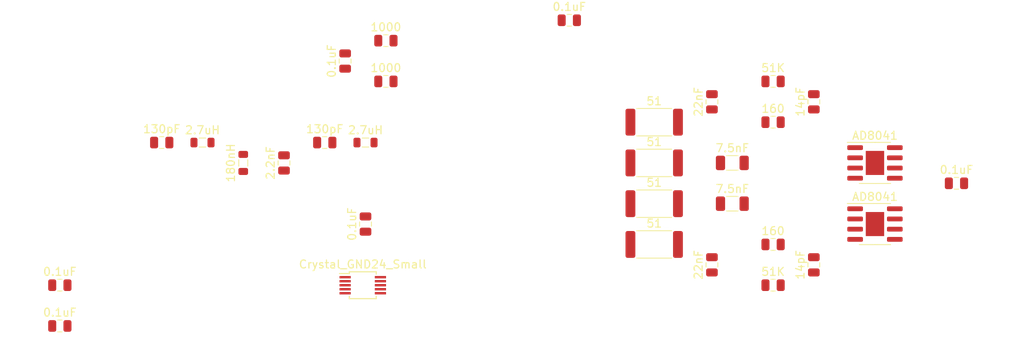
<source format=kicad_pcb>
(kicad_pcb (version 20211014) (generator pcbnew)
  (layers (0 "F.Cu" signal) (31 "B.Cu" signal) (34 "B.Paste" user) (35 "F.Paste" user) (36 "B.SilkS" user "B.Silkscreen") (37 "F.SilkS" user "F.Silkscreen") (38 "B.Mask" user) (39 "F.Mask" user) (44 "Edge.Cuts" user))
  (net 0 "")
  (footprint "Capacitor_SMD:C_0805_2012Metric" (layer "F.Cu") (at 172.72 41.91 90)
    (fp_text reference "0.1uF" (at 0 -1.68 90) (layer "F.SilkS"))
    (fp_text value "C_0805_2012Metric")
    (fp_line (start -0.261252 0.735) (end 0.261252 0.735) (layer "F.SilkS") (width 0.12))
    (fp_line (start -0.261252 -0.735) (end 0.261252 -0.735) (layer "F.SilkS") (width 0.12))
    (pad "1" smd roundrect (at -0.95 0 90) (size 1 1.45) (layers "F.Cu" "F.Paste" "F.Mask"))
    (pad "2" smd roundrect (at 0.95 0 90) (size 1 1.45) (layers "F.Cu" "F.Paste" "F.Mask"))
  )
  (footprint "Capacitor_SMD:C_0805_2012Metric" (layer "F.Cu") (at 226.06 69.85)
    (fp_text reference "51K" (at 0 -1.68) (layer "F.SilkS"))
    (fp_text value "R_0805_2012Metric")
    (fp_line (start -0.261252 -0.735) (end 0.261252 -0.735) (layer "F.SilkS") (width 0.12))
    (fp_line (start -0.261252 0.735) (end 0.261252 0.735) (layer "F.SilkS") (width 0.12))
    (pad "1" smd roundrect (at -0.95 0) (size 1 1.45) (layers "F.Cu" "F.Paste" "F.Mask"))
    (pad "2" smd roundrect (at 0.95 0) (size 1 1.45) (layers "F.Cu" "F.Paste" "F.Mask"))
  )
  (footprint "Package_SO:SOIC-8-1EP_3.9x4.9mm_P1.27mm_EP2.29x3mm" (layer "F.Cu") (at 238.76 62.23)
    (fp_text reference "AD8041" (at 0 -3.4) (layer "F.SilkS"))
    (fp_text value "SOIC-8-1EP_3.9x4.9mm_P1.27mm_EP2.29x3mm")
    (fp_line (start 0 2.56) (end -1.95 2.56) (layer "F.SilkS") (width 0.12))
    (fp_line (start 0 2.56) (end 1.95 2.56) (layer "F.SilkS") (width 0.12))
    (fp_line (start 0 -2.56) (end 1.95 -2.56) (layer "F.SilkS") (width 0.12))
    (fp_line (start 0 -2.56) (end -3.45 -2.56) (layer "F.SilkS") (width 0.12))
    (pad "1" smd roundrect (at -2.475 -1.905) (size 1.95 0.6) (layers "F.Cu" "F.Paste" "F.Mask"))
    (pad "2" smd roundrect (at -2.475 -0.635) (size 1.95 0.6) (layers "F.Cu" "F.Paste" "F.Mask"))
    (pad "3" smd roundrect (at -2.475 0.635) (size 1.95 0.6) (layers "F.Cu" "F.Paste" "F.Mask"))
    (pad "4" smd roundrect (at -2.475 1.905) (size 1.95 0.6) (layers "F.Cu" "F.Paste" "F.Mask"))
    (pad "5" smd roundrect (at 2.475 1.905) (size 1.95 0.6) (layers "F.Cu" "F.Paste" "F.Mask"))
    (pad "6" smd roundrect (at 2.475 0.635) (size 1.95 0.6) (layers "F.Cu" "F.Paste" "F.Mask"))
    (pad "7" smd roundrect (at 2.475 -0.635) (size 1.95 0.6) (layers "F.Cu" "F.Paste" "F.Mask"))
    (pad "8" smd roundrect (at 2.475 -1.905) (size 1.95 0.6) (layers "F.Cu" "F.Paste" "F.Mask"))
    (pad "9" smd rect (at 0 0) (size 2.29 3) (layers "F.Cu" "F.Mask"))
  )
  (footprint "Capacitor_SMD:C_0805_2012Metric" (layer "F.Cu") (at 226.06 64.77)
    (fp_text reference "160" (at 0 -1.68) (layer "F.SilkS"))
    (fp_text value "R_0805_2012Metric")
    (fp_line (start -0.261252 -0.735) (end 0.261252 -0.735) (layer "F.SilkS") (width 0.12))
    (fp_line (start -0.261252 0.735) (end 0.261252 0.735) (layer "F.SilkS") (width 0.12))
    (pad "1" smd roundrect (at -0.95 0) (size 1 1.45) (layers "F.Cu" "F.Paste" "F.Mask"))
    (pad "2" smd roundrect (at 0.95 0) (size 1 1.45) (layers "F.Cu" "F.Paste" "F.Mask"))
  )
  (footprint "Capacitor_SMD:C_0805_2012Metric" (layer "F.Cu") (at 175.26 62.23 90)
    (fp_text reference "0.1uF" (at 0 -1.68 90) (layer "F.SilkS"))
    (fp_text value "C_0805_2012Metric")
    (fp_line (start -0.261252 -0.735) (end 0.261252 -0.735) (layer "F.SilkS") (width 0.12))
    (fp_line (start -0.261252 0.735) (end 0.261252 0.735) (layer "F.SilkS") (width 0.12))
    (pad "1" smd roundrect (at -0.95 0 90) (size 1 1.45) (layers "F.Cu" "F.Paste" "F.Mask"))
    (pad "2" smd roundrect (at 0.95 0 90) (size 1 1.45) (layers "F.Cu" "F.Paste" "F.Mask"))
  )
  (footprint "Capacitor_SMD:C_1206_3216Metric" (layer "F.Cu") (at 220.98 54.61)
    (fp_text reference "7.5nF" (at 0 -1.85) (layer "F.SilkS"))
    (fp_text value "C_1206_3216Metric")
    (fp_line (start -0.711252 0.91) (end 0.711252 0.91) (layer "F.SilkS") (width 0.12))
    (fp_line (start -0.711252 -0.91) (end 0.711252 -0.91) (layer "F.SilkS") (width 0.12))
    (pad "1" smd roundrect (at -1.475 0) (size 1.15 1.8) (layers "F.Cu" "F.Paste" "F.Mask") (roundrect_rratio 0.217391))
    (pad "2" smd roundrect (at 1.475 0) (size 1.15 1.8) (layers "F.Cu" "F.Paste" "F.Mask") (roundrect_rratio 0.217391))
  )
  (footprint "Capacitor_SMD:C_1206_3216Metric" (layer "F.Cu") (at 220.98 59.69)
    (fp_text reference "7.5nF" (at 0 -1.85) (layer "F.SilkS"))
    (fp_text value "C_1206_3216Metric")
    (fp_line (start -0.711252 0.91) (end 0.711252 0.91) (layer "F.SilkS") (width 0.12))
    (fp_line (start -0.711252 -0.91) (end 0.711252 -0.91) (layer "F.SilkS") (width 0.12))
    (pad "1" smd roundrect (at -1.475 0) (size 1.15 1.8) (layers "F.Cu" "F.Paste" "F.Mask") (roundrect_rratio 0.217391))
    (pad "2" smd roundrect (at 1.475 0) (size 1.15 1.8) (layers "F.Cu" "F.Paste" "F.Mask") (roundrect_rratio 0.217391))
  )
  (footprint "Capacitor_SMD:C_0805_2012Metric" (layer "F.Cu") (at 231.14 67.31 90)
    (fp_text reference "14pF" (at 0 -1.68 90) (layer "F.SilkS"))
    (fp_text value "C_0805_2012Metric")
    (fp_line (start -0.261252 0.735) (end 0.261252 0.735) (layer "F.SilkS") (width 0.12))
    (fp_line (start -0.261252 -0.735) (end 0.261252 -0.735) (layer "F.SilkS") (width 0.12))
    (pad "1" smd roundrect (at -0.95 0 90) (size 1 1.45) (layers "F.Cu" "F.Paste" "F.Mask"))
    (pad "2" smd roundrect (at 0.95 0 90) (size 1 1.45) (layers "F.Cu" "F.Paste" "F.Mask"))
  )
  (footprint "Capacitor_SMD:C_0805_2012Metric" (layer "F.Cu") (at 226.06 49.53)
    (fp_text reference "160" (at 0 -1.68) (layer "F.SilkS"))
    (fp_text value "R_0805_2012Metric")
    (fp_line (start -0.261252 0.735) (end 0.261252 0.735) (layer "F.SilkS") (width 0.12))
    (fp_line (start -0.261252 -0.735) (end 0.261252 -0.735) (layer "F.SilkS") (width 0.12))
    (pad "1" smd roundrect (at -0.95 0) (size 1 1.45) (layers "F.Cu" "F.Paste" "F.Mask"))
    (pad "2" smd roundrect (at 0.95 0) (size 1 1.45) (layers "F.Cu" "F.Paste" "F.Mask"))
  )
  (footprint "Capacitor_SMD:C_0805_2012Metric" (layer "F.Cu") (at 177.8 39.37)
    (fp_text reference "1000" (at 0 -1.68) (layer "F.SilkS"))
    (fp_text value "C_0805_2012Metric")
    (fp_line (start -0.261252 -0.735) (end 0.261252 -0.735) (layer "F.SilkS") (width 0.12))
    (fp_line (start -0.261252 0.735) (end 0.261252 0.735) (layer "F.SilkS") (width 0.12))
    (pad "1" smd roundrect (at -0.95 0) (size 1 1.45) (layers "F.Cu" "F.Paste" "F.Mask"))
    (pad "2" smd roundrect (at 0.95 0) (size 1 1.45) (layers "F.Cu" "F.Paste" "F.Mask"))
  )
  (footprint "Capacitor_SMD:C_0805_2012Metric" (layer "F.Cu") (at 248.92 57.15)
    (fp_text reference "0.1uF" (at 0 -1.68) (layer "F.SilkS"))
    (fp_text value "C_0805_2012Metric")
    (fp_line (start -0.261252 -0.735) (end 0.261252 -0.735) (layer "F.SilkS") (width 0.12))
    (fp_line (start -0.261252 0.735) (end 0.261252 0.735) (layer "F.SilkS") (width 0.12))
    (pad "1" smd roundrect (at -0.95 0) (size 1 1.45) (layers "F.Cu" "F.Paste" "F.Mask"))
    (pad "2" smd roundrect (at 0.95 0) (size 1 1.45) (layers "F.Cu" "F.Paste" "F.Mask"))
  )
  (footprint "Package_SO:MSOP-10_3x3mm_P0.5mm" (layer "F.Cu") (at 174.92 69.85)
    (fp_text reference "Crystal_GND24_Small" (at 0 -2.6) (layer "F.SilkS"))
    (fp_text value "MSOP-10_3x3mm_P0.5mm")
    (fp_line (start -1.675 1.675) (end 1.675 1.675) (layer "F.SilkS") (width 0.15))
    (fp_line (start -1.675 -1.675) (end -1.675 -1.45) (layer "F.SilkS") (width 0.15))
    (fp_line (start -1.675 -1.45) (end -2.9 -1.45) (layer "F.SilkS") (width 0.15))
    (fp_line (start -1.675 1.675) (end -1.675 1.375) (layer "F.SilkS") (width 0.15))
    (fp_line (start -1.675 -1.675) (end 1.675 -1.675) (layer "F.SilkS") (width 0.15))
    (fp_line (start 1.675 1.675) (end 1.675 1.375) (layer "F.SilkS") (width 0.15))
    (fp_line (start 1.675 -1.675) (end 1.675 -1.375) (layer "F.SilkS") (width 0.15))
    (pad "1" smd rect (at -2.2 -1) (size 1.4 0.3) (layers "F.Cu" "F.Paste" "F.Mask"))
    (pad "2" smd rect (at -2.2 -0.5) (size 1.4 0.3) (layers "F.Cu" "F.Paste" "F.Mask"))
    (pad "3" smd rect (at -2.2 0) (size 1.4 0.3) (layers "F.Cu" "F.Paste" "F.Mask"))
    (pad "4" smd rect (at -2.2 0.5) (size 1.4 0.3) (layers "F.Cu" "F.Paste" "F.Mask"))
    (pad "5" smd rect (at -2.2 1) (size 1.4 0.3) (layers "F.Cu" "F.Paste" "F.Mask"))
    (pad "6" smd rect (at 2.2 1) (size 1.4 0.3) (layers "F.Cu" "F.Paste" "F.Mask"))
    (pad "7" smd rect (at 2.2 0.5) (size 1.4 0.3) (layers "F.Cu" "F.Paste" "F.Mask"))
    (pad "8" smd rect (at 2.2 0) (size 1.4 0.3) (layers "F.Cu" "F.Paste" "F.Mask"))
    (pad "9" smd rect (at 2.2 -0.5) (size 1.4 0.3) (layers "F.Cu" "F.Paste" "F.Mask"))
    (pad "10" smd rect (at 2.2 -1) (size 1.4 0.3) (layers "F.Cu" "F.Paste" "F.Mask"))
  )
  (footprint "Resistor_SMD:R_2512_6332Metric" (layer "F.Cu") (at 211.2425 59.69)
    (fp_text reference "51" (at 0 -2.62) (layer "F.SilkS"))
    (fp_text value "R_2512_6332Metric")
    (fp_line (start -2.177064 -1.71) (end 2.177064 -1.71) (layer "F.SilkS") (width 0.12))
    (fp_line (start -2.177064 1.71) (end 2.177064 1.71) (layer "F.SilkS") (width 0.12))
    (pad "1" smd roundrect (at -2.9625 0) (size 1.225 3.35) (layers "F.Cu" "F.Paste" "F.Mask") (roundrect_rratio 0.204082))
    (pad "2" smd roundrect (at 2.9625 0) (size 1.225 3.35) (layers "F.Cu" "F.Paste" "F.Mask") (roundrect_rratio 0.204082))
  )
  (footprint "Capacitor_SMD:C_0805_2012Metric" (layer "F.Cu") (at 137.16 69.85)
    (fp_text reference "0.1uF" (at 0 -1.68) (layer "F.SilkS"))
    (fp_text value "C_0805_2012Metric")
    (fp_line (start -0.261252 -0.735) (end 0.261252 -0.735) (layer "F.SilkS") (width 0.12))
    (fp_line (start -0.261252 0.735) (end 0.261252 0.735) (layer "F.SilkS") (width 0.12))
    (pad "1" smd roundrect (at -0.95 0) (size 1 1.45) (layers "F.Cu" "F.Paste" "F.Mask"))
    (pad "2" smd roundrect (at 0.95 0) (size 1 1.45) (layers "F.Cu" "F.Paste" "F.Mask"))
  )
  (footprint "Capacitor_SMD:C_0805_2012Metric" (layer "F.Cu") (at 200.66 36.83)
    (fp_text reference "0.1uF" (at 0 -1.68) (layer "F.SilkS"))
    (fp_text value "C_0805_2012Metric")
    (fp_line (start -0.261252 0.735) (end 0.261252 0.735) (layer "F.SilkS") (width 0.12))
    (fp_line (start -0.261252 -0.735) (end 0.261252 -0.735) (layer "F.SilkS") (width 0.12))
    (pad "1" smd roundrect (at -0.95 0) (size 1 1.45) (layers "F.Cu" "F.Paste" "F.Mask"))
    (pad "2" smd roundrect (at 0.95 0) (size 1 1.45) (layers "F.Cu" "F.Paste" "F.Mask"))
  )
  (footprint "Capacitor_SMD:C_0805_2012Metric" (layer "F.Cu") (at 170.18 52.07)
    (fp_text reference "130pF" (at 0 -1.68) (layer "F.SilkS"))
    (fp_text value "C_0805_2012Metric")
    (fp_line (start -0.261252 0.735) (end 0.261252 0.735) (layer "F.SilkS") (width 0.12))
    (fp_line (start -0.261252 -0.735) (end 0.261252 -0.735) (layer "F.SilkS") (width 0.12))
    (pad "1" smd roundrect (at -0.95 0) (size 1 1.45) (layers "F.Cu" "F.Paste" "F.Mask"))
    (pad "2" smd roundrect (at 0.95 0) (size 1 1.45) (layers "F.Cu" "F.Paste" "F.Mask"))
  )
  (footprint "Resistor_SMD:R_2512_6332Metric" (layer "F.Cu") (at 211.2425 64.77)
    (fp_text reference "51" (at 0 -2.62) (layer "F.SilkS"))
    (fp_text value "R_2512_6332Metric")
    (fp_line (start -2.177064 -1.71) (end 2.177064 -1.71) (layer "F.SilkS") (width 0.12))
    (fp_line (start -2.177064 1.71) (end 2.177064 1.71) (layer "F.SilkS") (width 0.12))
    (pad "1" smd roundrect (at -2.9625 0) (size 1.225 3.35) (layers "F.Cu" "F.Paste" "F.Mask") (roundrect_rratio 0.204082))
    (pad "2" smd roundrect (at 2.9625 0) (size 1.225 3.35) (layers "F.Cu" "F.Paste" "F.Mask") (roundrect_rratio 0.204082))
  )
  (footprint "Inductor_SMD:L_0805_2012Metric" (layer "F.Cu") (at 175.26 52.07)
    (fp_text reference "2.7uH" (at 0 -1.55) (layer "F.SilkS"))
    (fp_text value "L_0805_2012Metric")
    (fp_line (start -0.399622 -0.56) (end 0.399622 -0.56) (layer "F.SilkS") (width 0.12))
    (fp_line (start -0.399622 0.56) (end 0.399622 0.56) (layer "F.SilkS") (width 0.12))
    (pad "1" smd roundrect (at -1.0625 0) (size 0.875 1.2) (layers "F.Cu" "F.Paste" "F.Mask"))
    (pad "2" smd roundrect (at 1.0625 0) (size 0.875 1.2) (layers "F.Cu" "F.Paste" "F.Mask"))
  )
  (footprint "Capacitor_SMD:C_0805_2012Metric" (layer "F.Cu") (at 231.14 46.99 90)
    (fp_text reference "14pF" (at 0 -1.68 90) (layer "F.SilkS"))
    (fp_text value "C_0805_2012Metric")
    (fp_line (start -0.261252 0.735) (end 0.261252 0.735) (layer "F.SilkS") (width 0.12))
    (fp_line (start -0.261252 -0.735) (end 0.261252 -0.735) (layer "F.SilkS") (width 0.12))
    (pad "1" smd roundrect (at -0.95 0 90) (size 1 1.45) (layers "F.Cu" "F.Paste" "F.Mask"))
    (pad "2" smd roundrect (at 0.95 0 90) (size 1 1.45) (layers "F.Cu" "F.Paste" "F.Mask"))
  )
  (footprint "Inductor_SMD:L_0805_2012Metric" (layer "F.Cu") (at 160.02 54.61 90)
    (fp_text reference "180nH" (at 0 -1.55 90) (layer "F.SilkS"))
    (fp_text value "L_0805_2012Metric")
    (fp_line (start -0.399622 0.56) (end 0.399622 0.56) (layer "F.SilkS") (width 0.12))
    (fp_line (start -0.399622 -0.56) (end 0.399622 -0.56) (layer "F.SilkS") (width 0.12))
    (pad "1" smd roundrect (at -1.0625 0 90) (size 0.875 1.2) (layers "F.Cu" "F.Paste" "F.Mask"))
    (pad "2" smd roundrect (at 1.0625 0 90) (size 0.875 1.2) (layers "F.Cu" "F.Paste" "F.Mask"))
  )
  (footprint "Resistor_SMD:R_2512_6332Metric" (layer "F.Cu") (at 211.2425 54.61)
    (fp_text reference "51" (at 0 -2.62) (layer "F.SilkS"))
    (fp_text value "R_2512_6332Metric")
    (fp_line (start -2.177064 -1.71) (end 2.177064 -1.71) (layer "F.SilkS") (width 0.12))
    (fp_line (start -2.177064 1.71) (end 2.177064 1.71) (layer "F.SilkS") (width 0.12))
    (pad "1" smd roundrect (at -2.9625 0) (size 1.225 3.35) (layers "F.Cu" "F.Paste" "F.Mask") (roundrect_rratio 0.204082))
    (pad "2" smd roundrect (at 2.9625 0) (size 1.225 3.35) (layers "F.Cu" "F.Paste" "F.Mask") (roundrect_rratio 0.204082))
  )
  (footprint "Inductor_SMD:L_0805_2012Metric" (layer "F.Cu") (at 154.94 52.07)
    (fp_text reference "2.7uH" (at 0 -1.55) (layer "F.SilkS"))
    (fp_text value "L_0805_2012Metric")
    (fp_line (start -0.399622 0.56) (end 0.399622 0.56) (layer "F.SilkS") (width 0.12))
    (fp_line (start -0.399622 -0.56) (end 0.399622 -0.56) (layer "F.SilkS") (width 0.12))
    (pad "1" smd roundrect (at -1.0625 0) (size 0.875 1.2) (layers "F.Cu" "F.Paste" "F.Mask"))
    (pad "2" smd roundrect (at 1.0625 0) (size 0.875 1.2) (layers "F.Cu" "F.Paste" "F.Mask"))
  )
  (footprint "Capacitor_SMD:C_0805_2012Metric" (layer "F.Cu") (at 165.1 54.61 90)
    (fp_text reference "2.2nF" (at 0 -1.68 90) (layer "F.SilkS"))
    (fp_text value "C_0805_2012Metric")
    (fp_line (start -0.261252 -0.735) (end 0.261252 -0.735) (layer "F.SilkS") (width 0.12))
    (fp_line (start -0.261252 0.735) (end 0.261252 0.735) (layer "F.SilkS") (width 0.12))
    (pad "1" smd roundrect (at -0.95 0 90) (size 1 1.45) (layers "F.Cu" "F.Paste" "F.Mask"))
    (pad "2" smd roundrect (at 0.95 0 90) (size 1 1.45) (layers "F.Cu" "F.Paste" "F.Mask"))
  )
  (footprint "Capacitor_SMD:C_0805_2012Metric" (layer "F.Cu") (at 226.06 44.45)
    (fp_text reference "51K" (at 0 -1.68) (layer "F.SilkS"))
    (fp_text value "R_0805_2012Metric")
    (fp_line (start -0.261252 0.735) (end 0.261252 0.735) (layer "F.SilkS") (width 0.12))
    (fp_line (start -0.261252 -0.735) (end 0.261252 -0.735) (layer "F.SilkS") (width 0.12))
    (pad "1" smd roundrect (at -0.95 0) (size 1 1.45) (layers "F.Cu" "F.Paste" "F.Mask"))
    (pad "2" smd roundrect (at 0.95 0) (size 1 1.45) (layers "F.Cu" "F.Paste" "F.Mask"))
  )
  (footprint "Resistor_SMD:R_2512_6332Metric" (layer "F.Cu") (at 211.2425 49.53)
    (fp_text reference "51" (at 0 -2.62) (layer "F.SilkS"))
    (fp_text value "R_2512_6332Metric")
    (fp_line (start -2.177064 -1.71) (end 2.177064 -1.71) (layer "F.SilkS") (width 0.12))
    (fp_line (start -2.177064 1.71) (end 2.177064 1.71) (layer "F.SilkS") (width 0.12))
    (pad "1" smd roundrect (at -2.9625 0) (size 1.225 3.35) (layers "F.Cu" "F.Paste" "F.Mask") (roundrect_rratio 0.204082))
    (pad "2" smd roundrect (at 2.9625 0) (size 1.225 3.35) (layers "F.Cu" "F.Paste" "F.Mask") (roundrect_rratio 0.204082))
  )
  (footprint "Package_SO:SOIC-8-1EP_3.9x4.9mm_P1.27mm_EP2.29x3mm" (layer "F.Cu") (at 238.76 54.61)
    (fp_text reference "AD8041" (at 0 -3.4) (layer "F.SilkS"))
    (fp_text value "SOIC-8-1EP_3.9x4.9mm_P1.27mm_EP2.29x3mm")
    (fp_line (start 0 2.56) (end 1.95 2.56) (layer "F.SilkS") (width 0.12))
    (fp_line (start 0 2.56) (end -1.95 2.56) (layer "F.SilkS") (width 0.12))
    (fp_line (start 0 -2.56) (end -3.45 -2.56) (layer "F.SilkS") (width 0.12))
    (fp_line (start 0 -2.56) (end 1.95 -2.56) (layer "F.SilkS") (width 0.12))
    (pad "1" smd roundrect (at -2.475 -1.905) (size 1.95 0.6) (layers "F.Cu" "F.Paste" "F.Mask"))
    (pad "2" smd roundrect (at -2.475 -0.635) (size 1.95 0.6) (layers "F.Cu" "F.Paste" "F.Mask"))
    (pad "3" smd roundrect (at -2.475 0.635) (size 1.95 0.6) (layers "F.Cu" "F.Paste" "F.Mask"))
    (pad "4" smd roundrect (at -2.475 1.905) (size 1.95 0.6) (layers "F.Cu" "F.Paste" "F.Mask"))
    (pad "5" smd roundrect (at 2.475 1.905) (size 1.95 0.6) (layers "F.Cu" "F.Paste" "F.Mask"))
    (pad "6" smd roundrect (at 2.475 0.635) (size 1.95 0.6) (layers "F.Cu" "F.Paste" "F.Mask"))
    (pad "7" smd roundrect (at 2.475 -0.635) (size 1.95 0.6) (layers "F.Cu" "F.Paste" "F.Mask"))
    (pad "8" smd roundrect (at 2.475 -1.905) (size 1.95 0.6) (layers "F.Cu" "F.Paste" "F.Mask"))
    (pad "9" smd rect (at 0 0) (size 2.29 3) (layers "F.Cu" "F.Mask"))
  )
  (footprint "Capacitor_SMD:C_0805_2012Metric" (layer "F.Cu") (at 218.44 67.31 90)
    (fp_text reference "22nF" (at 0 -1.68 90) (layer "F.SilkS"))
    (fp_text value "C_0805_2012Metric")
    (fp_line (start -0.261252 0.735) (end 0.261252 0.735) (layer "F.SilkS") (width 0.12))
    (fp_line (start -0.261252 -0.735) (end 0.261252 -0.735) (layer "F.SilkS") (width 0.12))
    (pad "1" smd roundrect (at -0.95 0 90) (size 1 1.45) (layers "F.Cu" "F.Paste" "F.Mask"))
    (pad "2" smd roundrect (at 0.95 0 90) (size 1 1.45) (layers "F.Cu" "F.Paste" "F.Mask"))
  )
  (footprint "Capacitor_SMD:C_0805_2012Metric" (layer "F.Cu") (at 137.16 74.93)
    (fp_text reference "0.1uF" (at 0 -1.68) (layer "F.SilkS"))
    (fp_text value "C_0805_2012Metric")
    (fp_line (start -0.261252 0.735) (end 0.261252 0.735) (layer "F.SilkS") (width 0.12))
    (fp_line (start -0.261252 -0.735) (end 0.261252 -0.735) (layer "F.SilkS") (width 0.12))
    (pad "1" smd roundrect (at -0.95 0) (size 1 1.45) (layers "F.Cu" "F.Paste" "F.Mask"))
    (pad "2" smd roundrect (at 0.95 0) (size 1 1.45) (layers "F.Cu" "F.Paste" "F.Mask"))
  )
  (footprint "Capacitor_SMD:C_0805_2012Metric" (layer "F.Cu") (at 149.86 52.07)
    (fp_text reference "130pF" (at 0 -1.68) (layer "F.SilkS"))
    (fp_text value "C_0805_2012Metric")
    (fp_line (start -0.261252 -0.735) (end 0.261252 -0.735) (layer "F.SilkS") (width 0.12))
    (fp_line (start -0.261252 0.735) (end 0.261252 0.735) (layer "F.SilkS") (width 0.12))
    (pad "1" smd roundrect (at -0.95 0) (size 1 1.45) (layers "F.Cu" "F.Paste" "F.Mask"))
    (pad "2" smd roundrect (at 0.95 0) (size 1 1.45) (layers "F.Cu" "F.Paste" "F.Mask"))
  )
  (footprint "Capacitor_SMD:C_0805_2012Metric" (layer "F.Cu") (at 177.8 44.45)
    (fp_text reference "1000" (at 0 -1.68) (layer "F.SilkS"))
    (fp_text value "C_0805_2012Metric")
    (fp_line (start -0.261252 -0.735) (end 0.261252 -0.735) (layer "F.SilkS") (width 0.12))
    (fp_line (start -0.261252 0.735) (end 0.261252 0.735) (layer "F.SilkS") (width 0.12))
    (pad "1" smd roundrect (at -0.95 0) (size 1 1.45) (layers "F.Cu" "F.Paste" "F.Mask"))
    (pad "2" smd roundrect (at 0.95 0) (size 1 1.45) (layers "F.Cu" "F.Paste" "F.Mask"))
  )
  (footprint "Capacitor_SMD:C_0805_2012Metric" (layer "F.Cu") (at 218.44 46.99 90)
    (fp_text reference "22nF" (at 0 -1.68 90) (layer "F.SilkS"))
    (fp_text value "C_0805_2012Metric")
    (fp_line (start -0.261252 -0.735) (end 0.261252 -0.735) (layer "F.SilkS") (width 0.12))
    (fp_line (start -0.261252 0.735) (end 0.261252 0.735) (layer "F.SilkS") (width 0.12))
    (pad "1" smd roundrect (at -0.95 0 90) (size 1 1.45) (layers "F.Cu" "F.Paste" "F.Mask"))
    (pad "2" smd roundrect (at 0.95 0 90) (size 1 1.45) (layers "F.Cu" "F.Paste" "F.Mask"))
  )
)
</source>
